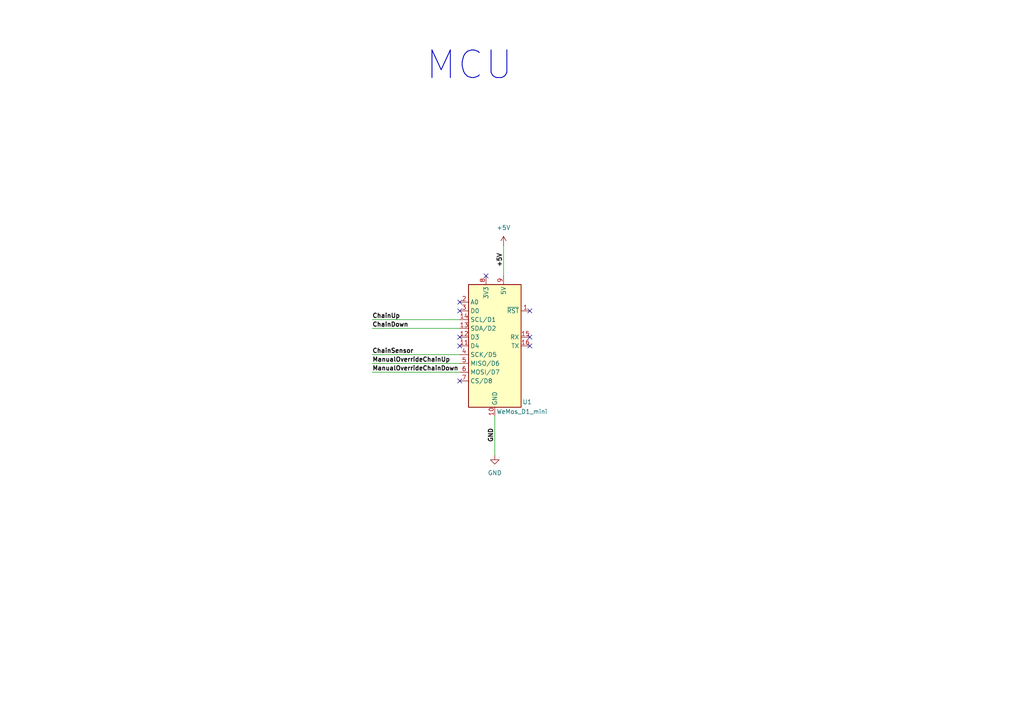
<source format=kicad_sch>
(kicad_sch
	(version 20231120)
	(generator "eeschema")
	(generator_version "8.0")
	(uuid "5a984340-2493-4378-9f41-40e9bc51785b")
	(paper "A4")
	(title_block
		(title "Chain Counter MCU")
		(date "2024-12-26")
		(rev "0.1")
		(company "Mulibu-FlyingK")
		(comment 1 "Christoph Dittmann")
	)
	(lib_symbols
		(symbol "D1MiniChainCounterWLAN-rescue:WeMos_D1_mini-MCU_Module"
			(exclude_from_sim no)
			(in_bom yes)
			(on_board yes)
			(property "Reference" "U"
				(at 3.81 19.05 0)
				(effects
					(font
						(size 1.27 1.27)
					)
					(justify left)
				)
			)
			(property "Value" "MCU_Module_WeMos_D1_mini"
				(at 1.27 -19.05 0)
				(effects
					(font
						(size 1.27 1.27)
					)
					(justify left)
				)
			)
			(property "Footprint" "Module:WEMOS_D1_mini_light"
				(at 0 -29.21 0)
				(effects
					(font
						(size 1.27 1.27)
					)
					(hide yes)
				)
			)
			(property "Datasheet" ""
				(at -46.99 -29.21 0)
				(effects
					(font
						(size 1.27 1.27)
					)
					(hide yes)
				)
			)
			(property "Description" ""
				(at 0 0 0)
				(effects
					(font
						(size 1.27 1.27)
					)
					(hide yes)
				)
			)
			(property "ki_fp_filters" "WEMOS*D1*mini*"
				(at 0 0 0)
				(effects
					(font
						(size 1.27 1.27)
					)
					(hide yes)
				)
			)
			(symbol "WeMos_D1_mini-MCU_Module_1_1"
				(rectangle
					(start -7.62 17.78)
					(end 7.62 -17.78)
					(stroke
						(width 0.254)
						(type solid)
					)
					(fill
						(type background)
					)
				)
				(pin input line
					(at -10.16 10.16 0)
					(length 2.54)
					(name "~{RST}"
						(effects
							(font
								(size 1.27 1.27)
							)
						)
					)
					(number "1"
						(effects
							(font
								(size 1.27 1.27)
							)
						)
					)
				)
				(pin power_in line
					(at 0 -20.32 90)
					(length 2.54)
					(name "GND"
						(effects
							(font
								(size 1.27 1.27)
							)
						)
					)
					(number "10"
						(effects
							(font
								(size 1.27 1.27)
							)
						)
					)
				)
				(pin bidirectional line
					(at 10.16 0 180)
					(length 2.54)
					(name "D4"
						(effects
							(font
								(size 1.27 1.27)
							)
						)
					)
					(number "11"
						(effects
							(font
								(size 1.27 1.27)
							)
						)
					)
				)
				(pin bidirectional line
					(at 10.16 2.54 180)
					(length 2.54)
					(name "D3"
						(effects
							(font
								(size 1.27 1.27)
							)
						)
					)
					(number "12"
						(effects
							(font
								(size 1.27 1.27)
							)
						)
					)
				)
				(pin bidirectional line
					(at 10.16 5.08 180)
					(length 2.54)
					(name "SDA/D2"
						(effects
							(font
								(size 1.27 1.27)
							)
						)
					)
					(number "13"
						(effects
							(font
								(size 1.27 1.27)
							)
						)
					)
				)
				(pin bidirectional line
					(at 10.16 7.62 180)
					(length 2.54)
					(name "SCL/D1"
						(effects
							(font
								(size 1.27 1.27)
							)
						)
					)
					(number "14"
						(effects
							(font
								(size 1.27 1.27)
							)
						)
					)
				)
				(pin input line
					(at -10.16 2.54 0)
					(length 2.54)
					(name "RX"
						(effects
							(font
								(size 1.27 1.27)
							)
						)
					)
					(number "15"
						(effects
							(font
								(size 1.27 1.27)
							)
						)
					)
				)
				(pin output line
					(at -10.16 0 0)
					(length 2.54)
					(name "TX"
						(effects
							(font
								(size 1.27 1.27)
							)
						)
					)
					(number "16"
						(effects
							(font
								(size 1.27 1.27)
							)
						)
					)
				)
				(pin input line
					(at 10.16 12.7 180)
					(length 2.54)
					(name "A0"
						(effects
							(font
								(size 1.27 1.27)
							)
						)
					)
					(number "2"
						(effects
							(font
								(size 1.27 1.27)
							)
						)
					)
				)
				(pin bidirectional line
					(at 10.16 10.16 180)
					(length 2.54)
					(name "D0"
						(effects
							(font
								(size 1.27 1.27)
							)
						)
					)
					(number "3"
						(effects
							(font
								(size 1.27 1.27)
							)
						)
					)
				)
				(pin bidirectional line
					(at 10.16 -2.54 180)
					(length 2.54)
					(name "SCK/D5"
						(effects
							(font
								(size 1.27 1.27)
							)
						)
					)
					(number "4"
						(effects
							(font
								(size 1.27 1.27)
							)
						)
					)
				)
				(pin bidirectional line
					(at 10.16 -5.08 180)
					(length 2.54)
					(name "MISO/D6"
						(effects
							(font
								(size 1.27 1.27)
							)
						)
					)
					(number "5"
						(effects
							(font
								(size 1.27 1.27)
							)
						)
					)
				)
				(pin bidirectional line
					(at 10.16 -7.62 180)
					(length 2.54)
					(name "MOSI/D7"
						(effects
							(font
								(size 1.27 1.27)
							)
						)
					)
					(number "6"
						(effects
							(font
								(size 1.27 1.27)
							)
						)
					)
				)
				(pin bidirectional line
					(at 10.16 -10.16 180)
					(length 2.54)
					(name "CS/D8"
						(effects
							(font
								(size 1.27 1.27)
							)
						)
					)
					(number "7"
						(effects
							(font
								(size 1.27 1.27)
							)
						)
					)
				)
				(pin power_out line
					(at 2.54 20.32 270)
					(length 2.54)
					(name "3V3"
						(effects
							(font
								(size 1.27 1.27)
							)
						)
					)
					(number "8"
						(effects
							(font
								(size 1.27 1.27)
							)
						)
					)
				)
				(pin power_in line
					(at -2.54 20.32 270)
					(length 2.54)
					(name "5V"
						(effects
							(font
								(size 1.27 1.27)
							)
						)
					)
					(number "9"
						(effects
							(font
								(size 1.27 1.27)
							)
						)
					)
				)
			)
		)
		(symbol "power:+5V"
			(power)
			(pin_numbers hide)
			(pin_names
				(offset 0) hide)
			(exclude_from_sim no)
			(in_bom yes)
			(on_board yes)
			(property "Reference" "#PWR"
				(at 0 -3.81 0)
				(effects
					(font
						(size 1.27 1.27)
					)
					(hide yes)
				)
			)
			(property "Value" "+5V"
				(at 0 3.556 0)
				(effects
					(font
						(size 1.27 1.27)
					)
				)
			)
			(property "Footprint" ""
				(at 0 0 0)
				(effects
					(font
						(size 1.27 1.27)
					)
					(hide yes)
				)
			)
			(property "Datasheet" ""
				(at 0 0 0)
				(effects
					(font
						(size 1.27 1.27)
					)
					(hide yes)
				)
			)
			(property "Description" "Power symbol creates a global label with name \"+5V\""
				(at 0 0 0)
				(effects
					(font
						(size 1.27 1.27)
					)
					(hide yes)
				)
			)
			(property "ki_keywords" "global power"
				(at 0 0 0)
				(effects
					(font
						(size 1.27 1.27)
					)
					(hide yes)
				)
			)
			(symbol "+5V_0_1"
				(polyline
					(pts
						(xy -0.762 1.27) (xy 0 2.54)
					)
					(stroke
						(width 0)
						(type default)
					)
					(fill
						(type none)
					)
				)
				(polyline
					(pts
						(xy 0 0) (xy 0 2.54)
					)
					(stroke
						(width 0)
						(type default)
					)
					(fill
						(type none)
					)
				)
				(polyline
					(pts
						(xy 0 2.54) (xy 0.762 1.27)
					)
					(stroke
						(width 0)
						(type default)
					)
					(fill
						(type none)
					)
				)
			)
			(symbol "+5V_1_1"
				(pin power_in line
					(at 0 0 90)
					(length 0)
					(name "~"
						(effects
							(font
								(size 1.27 1.27)
							)
						)
					)
					(number "1"
						(effects
							(font
								(size 1.27 1.27)
							)
						)
					)
				)
			)
		)
		(symbol "power:GND"
			(power)
			(pin_numbers hide)
			(pin_names
				(offset 0) hide)
			(exclude_from_sim no)
			(in_bom yes)
			(on_board yes)
			(property "Reference" "#PWR"
				(at 0 -6.35 0)
				(effects
					(font
						(size 1.27 1.27)
					)
					(hide yes)
				)
			)
			(property "Value" "GND"
				(at 0 -3.81 0)
				(effects
					(font
						(size 1.27 1.27)
					)
				)
			)
			(property "Footprint" ""
				(at 0 0 0)
				(effects
					(font
						(size 1.27 1.27)
					)
					(hide yes)
				)
			)
			(property "Datasheet" ""
				(at 0 0 0)
				(effects
					(font
						(size 1.27 1.27)
					)
					(hide yes)
				)
			)
			(property "Description" "Power symbol creates a global label with name \"GND\" , ground"
				(at 0 0 0)
				(effects
					(font
						(size 1.27 1.27)
					)
					(hide yes)
				)
			)
			(property "ki_keywords" "global power"
				(at 0 0 0)
				(effects
					(font
						(size 1.27 1.27)
					)
					(hide yes)
				)
			)
			(symbol "GND_0_1"
				(polyline
					(pts
						(xy 0 0) (xy 0 -1.27) (xy 1.27 -1.27) (xy 0 -2.54) (xy -1.27 -1.27) (xy 0 -1.27)
					)
					(stroke
						(width 0)
						(type default)
					)
					(fill
						(type none)
					)
				)
			)
			(symbol "GND_1_1"
				(pin power_in line
					(at 0 0 270)
					(length 0)
					(name "~"
						(effects
							(font
								(size 1.27 1.27)
							)
						)
					)
					(number "1"
						(effects
							(font
								(size 1.27 1.27)
							)
						)
					)
				)
			)
		)
	)
	(no_connect
		(at 133.35 97.79)
		(uuid "30ff194e-97af-498a-aef3-d0789c98cf03")
	)
	(no_connect
		(at 140.97 80.01)
		(uuid "59445626-d28e-4208-b895-df4e573cbb12")
	)
	(no_connect
		(at 133.35 87.63)
		(uuid "671604a8-c344-49f0-8e18-80d68f002cd3")
	)
	(no_connect
		(at 153.67 97.79)
		(uuid "b3b46c77-d9a2-4f6b-93a8-03a3df318d1d")
	)
	(no_connect
		(at 133.35 90.17)
		(uuid "c11c7fef-1f55-431f-8d6a-15817701d98f")
	)
	(no_connect
		(at 153.67 100.33)
		(uuid "c778f461-0e9f-40db-b353-40fcea3dd36b")
	)
	(no_connect
		(at 133.35 110.49)
		(uuid "ceeb3f83-380d-44c5-9dbe-8d52793785fa")
	)
	(no_connect
		(at 153.67 90.17)
		(uuid "d058c214-7562-4825-a426-e9d0958a99c4")
	)
	(no_connect
		(at 133.35 100.33)
		(uuid "ff115a40-5ac8-48da-955c-e258ff7343c9")
	)
	(wire
		(pts
			(xy 143.51 120.65) (xy 143.51 132.08)
		)
		(stroke
			(width 0)
			(type default)
		)
		(uuid "15cc1f0c-5aef-4f64-a2a3-217e341002b9")
	)
	(wire
		(pts
			(xy 107.95 107.95) (xy 133.35 107.95)
		)
		(stroke
			(width 0)
			(type default)
		)
		(uuid "72ea854b-2334-49bd-b5d7-9e12b19fc4b0")
	)
	(wire
		(pts
			(xy 107.95 92.71) (xy 133.35 92.71)
		)
		(stroke
			(width 0)
			(type default)
		)
		(uuid "9030f94b-773e-4044-99c5-120574ec1105")
	)
	(wire
		(pts
			(xy 107.95 102.87) (xy 133.35 102.87)
		)
		(stroke
			(width 0)
			(type default)
		)
		(uuid "9c132bf3-7c62-4239-b7b9-75c9f9d25379")
	)
	(wire
		(pts
			(xy 107.95 105.41) (xy 133.35 105.41)
		)
		(stroke
			(width 0)
			(type default)
		)
		(uuid "b7914361-785d-4529-ae6c-5a76c49bd107")
	)
	(wire
		(pts
			(xy 146.05 71.12) (xy 146.05 80.01)
		)
		(stroke
			(width 0)
			(type default)
		)
		(uuid "ccd2fbb9-64ee-465f-b627-6c5dcd0ff747")
	)
	(wire
		(pts
			(xy 107.95 95.25) (xy 133.35 95.25)
		)
		(stroke
			(width 0)
			(type default)
		)
		(uuid "e2f1a21d-eaa8-4d49-ba77-b4c01a55dbac")
	)
	(text "MCU"
		(exclude_from_sim no)
		(at 136.144 19.05 0)
		(effects
			(font
				(size 8 8)
				(thickness 0.254)
				(bold yes)
			)
		)
		(uuid "ca1f3af6-644d-4478-9e81-2b9c12ef1a78")
	)
	(label "+5V"
		(at 146.05 77.47 90)
		(fields_autoplaced yes)
		(effects
			(font
				(size 1.27 1.27)
				(thickness 0.254)
				(bold yes)
			)
			(justify left bottom)
		)
		(uuid "3733938c-5121-4956-a6cf-5db243a70d22")
		(property "+5V" ""
			(at 147.32 77.47 90)
			(effects
				(font
					(size 1.27 1.27)
					(italic yes)
				)
				(justify left)
			)
		)
	)
	(label "GND"
		(at 143.51 128.27 90)
		(fields_autoplaced yes)
		(effects
			(font
				(size 1.27 1.27)
				(thickness 0.254)
				(bold yes)
			)
			(justify left bottom)
		)
		(uuid "418374e6-1406-4330-8068-e83489de5b1e")
		(property "GND" ""
			(at 144.78 128.27 90)
			(effects
				(font
					(size 1.27 1.27)
					(italic yes)
				)
				(justify left)
			)
		)
	)
	(label "ChainSensor"
		(at 107.95 102.87 0)
		(fields_autoplaced yes)
		(effects
			(font
				(size 1.27 1.27)
				(thickness 0.254)
				(bold yes)
			)
			(justify left bottom)
		)
		(uuid "5a5d8633-df51-4608-a829-ac7fbc023bcb")
		(property "ChainSensor" ""
			(at 107.95 104.14 0)
			(effects
				(font
					(size 1.27 1.27)
					(italic yes)
				)
				(justify left)
			)
		)
	)
	(label "ChainDown"
		(at 107.95 95.25 0)
		(fields_autoplaced yes)
		(effects
			(font
				(size 1.27 1.27)
				(thickness 0.254)
				(bold yes)
			)
			(justify left bottom)
		)
		(uuid "5b0ac2dd-3756-4e32-a779-60b29e7dd080")
		(property "ChainDown" ""
			(at 107.95 96.52 0)
			(effects
				(font
					(size 1.27 1.27)
					(italic yes)
				)
				(justify left)
			)
		)
	)
	(label "ManualOverrideChainUp"
		(at 107.95 105.41 0)
		(fields_autoplaced yes)
		(effects
			(font
				(size 1.27 1.27)
				(thickness 0.254)
				(bold yes)
			)
			(justify left bottom)
		)
		(uuid "a3b61b7d-616c-4b46-9c17-7f6c6946a6df")
		(property "ManOverChainUp" ""
			(at 107.95 106.68 0)
			(effects
				(font
					(size 1.27 1.27)
					(italic yes)
				)
				(justify left)
			)
		)
	)
	(label "ChainUp"
		(at 107.95 92.71 0)
		(fields_autoplaced yes)
		(effects
			(font
				(size 1.27 1.27)
				(thickness 0.254)
				(bold yes)
			)
			(justify left bottom)
		)
		(uuid "ca3475fc-d8ea-40fe-a5ce-c4813840a2d7")
		(property "ChainUp" ""
			(at 107.95 93.98 0)
			(effects
				(font
					(size 1.27 1.27)
					(italic yes)
				)
				(justify left)
			)
		)
	)
	(label "ManualOverrideChainDown"
		(at 107.95 107.95 0)
		(fields_autoplaced yes)
		(effects
			(font
				(size 1.27 1.27)
				(thickness 0.254)
				(bold yes)
			)
			(justify left bottom)
		)
		(uuid "dc9a73dc-56e0-4b52-8fa6-d4325397c4a7")
	)
	(symbol
		(lib_id "D1MiniChainCounterWLAN-rescue:WeMos_D1_mini-MCU_Module")
		(at 143.51 100.33 0)
		(mirror y)
		(unit 1)
		(exclude_from_sim no)
		(in_bom yes)
		(on_board yes)
		(dnp no)
		(uuid "00cf9fda-e296-4315-ba74-5643e6959011")
		(property "Reference" "U1"
			(at 152.908 116.586 0)
			(effects
				(font
					(size 1.27 1.27)
				)
			)
		)
		(property "Value" "WeMos_D1_mini"
			(at 151.384 119.38 0)
			(effects
				(font
					(size 1.27 1.27)
				)
			)
		)
		(property "Footprint" "Module:WEMOS_D1_mini_light"
			(at 143.51 129.54 0)
			(effects
				(font
					(size 1.27 1.27)
				)
				(hide yes)
			)
		)
		(property "Datasheet" "https://wiki.wemos.cc/products:d1:d1_mini#documentation"
			(at 190.5 129.54 0)
			(effects
				(font
					(size 1.27 1.27)
				)
				(hide yes)
			)
		)
		(property "Description" ""
			(at 143.51 100.33 0)
			(effects
				(font
					(size 1.27 1.27)
				)
				(hide yes)
			)
		)
		(pin "1"
			(uuid "dcd34e3f-cddc-46b3-b029-fbe04cb67619")
		)
		(pin "12"
			(uuid "9547a5c4-d4dd-4f95-9a3d-511100919fd8")
		)
		(pin "15"
			(uuid "4f642640-a17d-4435-a8c6-9f15feb2e437")
		)
		(pin "8"
			(uuid "9f6c1c37-c342-461a-897c-77d9c6948fa3")
		)
		(pin "9"
			(uuid "8b4ff725-a416-43b1-abd7-1e0f677e44ac")
		)
		(pin "13"
			(uuid "61abdb21-7e1b-4665-a4c8-03ff7f417f66")
		)
		(pin "7"
			(uuid "7b9dd42a-79d9-499e-84f0-e4a5b034bb80")
		)
		(pin "16"
			(uuid "cc821748-aeb0-4ff7-80a1-c1729436bc0f")
		)
		(pin "4"
			(uuid "0b8443b8-a7d9-45a9-9494-be5e26bb6b02")
		)
		(pin "2"
			(uuid "0bba4bac-02c9-49cd-a44f-e6477a290413")
		)
		(pin "14"
			(uuid "5d626dc9-22cd-475c-b4d3-8736db57f650")
		)
		(pin "5"
			(uuid "c85c099b-1c70-4880-af07-78b9eed78148")
		)
		(pin "3"
			(uuid "07818891-09d9-4f66-9067-e205011d6eef")
		)
		(pin "11"
			(uuid "3c6f2b0f-4b9d-4229-a963-b062b6c6758d")
		)
		(pin "10"
			(uuid "538d0008-a39f-4f1c-914c-1e829f6c584e")
		)
		(pin "6"
			(uuid "11b7e019-aac4-431e-ba56-d10864187427")
		)
		(instances
			(project "D1MiniChainCounterWLAN"
				(path "/c1c7bdeb-c571-4572-8634-45682b018bd7/d4a50e56-ec73-4dce-8c3a-062cb67c1fbe"
					(reference "U1")
					(unit 1)
				)
			)
		)
	)
	(symbol
		(lib_id "power:GND")
		(at 143.51 132.08 0)
		(unit 1)
		(exclude_from_sim no)
		(in_bom yes)
		(on_board yes)
		(dnp no)
		(fields_autoplaced yes)
		(uuid "a039b625-6a6e-4976-bd5a-7430bc89463d")
		(property "Reference" "#PWR01"
			(at 143.51 138.43 0)
			(effects
				(font
					(size 1.27 1.27)
				)
				(hide yes)
			)
		)
		(property "Value" "GND"
			(at 143.51 137.16 0)
			(effects
				(font
					(size 1.27 1.27)
				)
			)
		)
		(property "Footprint" ""
			(at 143.51 132.08 0)
			(effects
				(font
					(size 1.27 1.27)
				)
				(hide yes)
			)
		)
		(property "Datasheet" ""
			(at 143.51 132.08 0)
			(effects
				(font
					(size 1.27 1.27)
				)
				(hide yes)
			)
		)
		(property "Description" "Power symbol creates a global label with name \"GND\" , ground"
			(at 143.51 132.08 0)
			(effects
				(font
					(size 1.27 1.27)
				)
				(hide yes)
			)
		)
		(pin "1"
			(uuid "82a3f199-df9f-43e7-9882-b20014a4d96f")
		)
		(instances
			(project ""
				(path "/c1c7bdeb-c571-4572-8634-45682b018bd7/d4a50e56-ec73-4dce-8c3a-062cb67c1fbe"
					(reference "#PWR01")
					(unit 1)
				)
			)
		)
	)
	(symbol
		(lib_id "power:+5V")
		(at 146.05 71.12 0)
		(unit 1)
		(exclude_from_sim no)
		(in_bom yes)
		(on_board yes)
		(dnp no)
		(fields_autoplaced yes)
		(uuid "eb44a8fe-136d-4039-abf9-9e5cff243d75")
		(property "Reference" "#PWR02"
			(at 146.05 74.93 0)
			(effects
				(font
					(size 1.27 1.27)
				)
				(hide yes)
			)
		)
		(property "Value" "+5V"
			(at 146.05 66.04 0)
			(effects
				(font
					(size 1.27 1.27)
				)
			)
		)
		(property "Footprint" ""
			(at 146.05 71.12 0)
			(effects
				(font
					(size 1.27 1.27)
				)
				(hide yes)
			)
		)
		(property "Datasheet" ""
			(at 146.05 71.12 0)
			(effects
				(font
					(size 1.27 1.27)
				)
				(hide yes)
			)
		)
		(property "Description" "Power symbol creates a global label with name \"+5V\""
			(at 146.05 71.12 0)
			(effects
				(font
					(size 1.27 1.27)
				)
				(hide yes)
			)
		)
		(pin "1"
			(uuid "77b74c6a-c1b3-4950-8dc0-c9fa6bf0f693")
		)
		(instances
			(project ""
				(path "/c1c7bdeb-c571-4572-8634-45682b018bd7/d4a50e56-ec73-4dce-8c3a-062cb67c1fbe"
					(reference "#PWR02")
					(unit 1)
				)
			)
		)
	)
)

</source>
